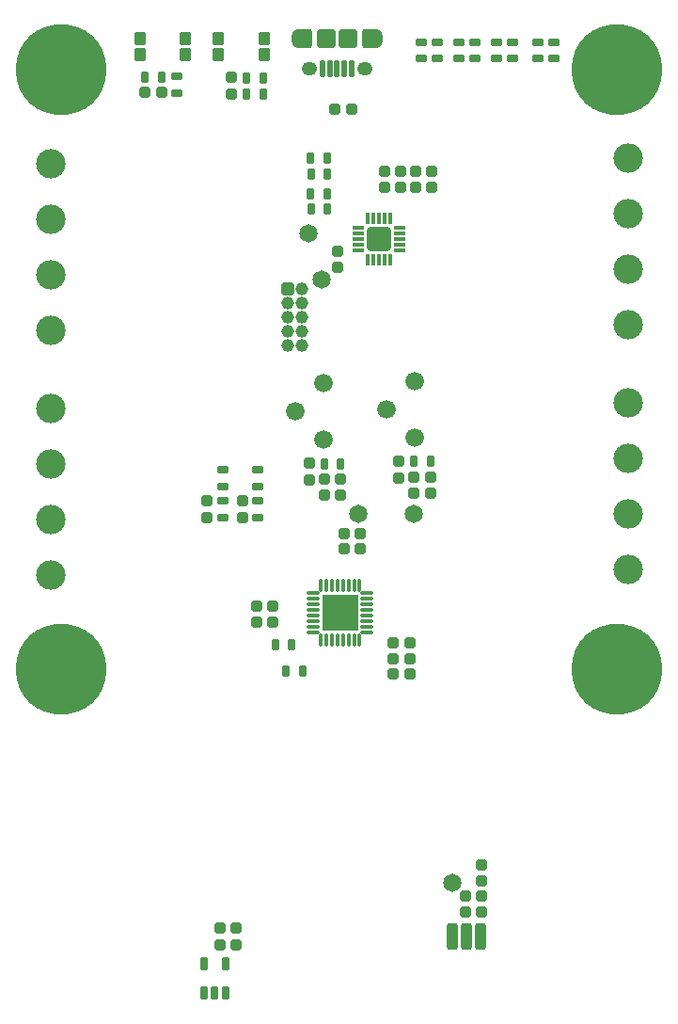
<source format=gts>
G04*
G04 #@! TF.GenerationSoftware,Altium Limited,Altium Designer,23.4.1 (23)*
G04*
G04 Layer_Color=8388736*
%FSLAX44Y44*%
%MOMM*%
G71*
G04*
G04 #@! TF.SameCoordinates,810E8BC2-B951-4309-8685-973D218C77A5*
G04*
G04*
G04 #@! TF.FilePolarity,Negative*
G04*
G01*
G75*
%ADD35C,1.6524*%
G04:AMPARAMS|DCode=36|XSize=0.9524mm|YSize=0.9524mm|CornerRadius=0.1762mm|HoleSize=0mm|Usage=FLASHONLY|Rotation=270.000|XOffset=0mm|YOffset=0mm|HoleType=Round|Shape=RoundedRectangle|*
%AMROUNDEDRECTD36*
21,1,0.9524,0.6000,0,0,270.0*
21,1,0.6000,0.9524,0,0,270.0*
1,1,0.3524,-0.3000,-0.3000*
1,1,0.3524,-0.3000,0.3000*
1,1,0.3524,0.3000,0.3000*
1,1,0.3524,0.3000,-0.3000*
%
%ADD36ROUNDEDRECTD36*%
G04:AMPARAMS|DCode=37|XSize=0.7524mm|YSize=1.0524mm|CornerRadius=0.1512mm|HoleSize=0mm|Usage=FLASHONLY|Rotation=90.000|XOffset=0mm|YOffset=0mm|HoleType=Round|Shape=RoundedRectangle|*
%AMROUNDEDRECTD37*
21,1,0.7524,0.7500,0,0,90.0*
21,1,0.4500,1.0524,0,0,90.0*
1,1,0.3024,0.3750,0.2250*
1,1,0.3024,0.3750,-0.2250*
1,1,0.3024,-0.3750,-0.2250*
1,1,0.3024,-0.3750,0.2250*
%
%ADD37ROUNDEDRECTD37*%
G04:AMPARAMS|DCode=38|XSize=0.7524mm|YSize=1.0524mm|CornerRadius=0.1512mm|HoleSize=0mm|Usage=FLASHONLY|Rotation=180.000|XOffset=0mm|YOffset=0mm|HoleType=Round|Shape=RoundedRectangle|*
%AMROUNDEDRECTD38*
21,1,0.7524,0.7500,0,0,180.0*
21,1,0.4500,1.0524,0,0,180.0*
1,1,0.3024,-0.2250,0.3750*
1,1,0.3024,0.2250,0.3750*
1,1,0.3024,0.2250,-0.3750*
1,1,0.3024,-0.2250,-0.3750*
%
%ADD38ROUNDEDRECTD38*%
G04:AMPARAMS|DCode=39|XSize=0.9524mm|YSize=0.9524mm|CornerRadius=0.1762mm|HoleSize=0mm|Usage=FLASHONLY|Rotation=180.000|XOffset=0mm|YOffset=0mm|HoleType=Round|Shape=RoundedRectangle|*
%AMROUNDEDRECTD39*
21,1,0.9524,0.6000,0,0,180.0*
21,1,0.6000,0.9524,0,0,180.0*
1,1,0.3524,-0.3000,0.3000*
1,1,0.3524,0.3000,0.3000*
1,1,0.3524,0.3000,-0.3000*
1,1,0.3524,-0.3000,-0.3000*
%
%ADD39ROUNDEDRECTD39*%
%ADD40O,0.4024X1.0524*%
%ADD41O,1.0524X0.4024*%
G04:AMPARAMS|DCode=42|XSize=2.1324mm|YSize=2.1324mm|CornerRadius=0.2742mm|HoleSize=0mm|Usage=FLASHONLY|Rotation=90.000|XOffset=0mm|YOffset=0mm|HoleType=Round|Shape=RoundedRectangle|*
%AMROUNDEDRECTD42*
21,1,2.1324,1.5840,0,0,90.0*
21,1,1.5840,2.1324,0,0,90.0*
1,1,0.5484,0.7920,0.7920*
1,1,0.5484,0.7920,-0.7920*
1,1,0.5484,-0.7920,-0.7920*
1,1,0.5484,-0.7920,0.7920*
%
%ADD42ROUNDEDRECTD42*%
G04:AMPARAMS|DCode=43|XSize=0.7524mm|YSize=0.9524mm|CornerRadius=0.1512mm|HoleSize=0mm|Usage=FLASHONLY|Rotation=0.000|XOffset=0mm|YOffset=0mm|HoleType=Round|Shape=RoundedRectangle|*
%AMROUNDEDRECTD43*
21,1,0.7524,0.6500,0,0,0.0*
21,1,0.4500,0.9524,0,0,0.0*
1,1,0.3024,0.2250,-0.3250*
1,1,0.3024,-0.2250,-0.3250*
1,1,0.3024,-0.2250,0.3250*
1,1,0.3024,0.2250,0.3250*
%
%ADD43ROUNDEDRECTD43*%
G04:AMPARAMS|DCode=44|XSize=0.9524mm|YSize=2.4524mm|CornerRadius=0.2762mm|HoleSize=0mm|Usage=FLASHONLY|Rotation=180.000|XOffset=0mm|YOffset=0mm|HoleType=Round|Shape=RoundedRectangle|*
%AMROUNDEDRECTD44*
21,1,0.9524,1.9000,0,0,180.0*
21,1,0.4000,2.4524,0,0,180.0*
1,1,0.5524,-0.2000,0.9500*
1,1,0.5524,0.2000,0.9500*
1,1,0.5524,0.2000,-0.9500*
1,1,0.5524,-0.2000,-0.9500*
%
%ADD44ROUNDEDRECTD44*%
G04:AMPARAMS|DCode=45|XSize=0.7524mm|YSize=1.1524mm|CornerRadius=0.2262mm|HoleSize=0mm|Usage=FLASHONLY|Rotation=180.000|XOffset=0mm|YOffset=0mm|HoleType=Round|Shape=RoundedRectangle|*
%AMROUNDEDRECTD45*
21,1,0.7524,0.7000,0,0,180.0*
21,1,0.3000,1.1524,0,0,180.0*
1,1,0.4524,-0.1500,0.3500*
1,1,0.4524,0.1500,0.3500*
1,1,0.4524,0.1500,-0.3500*
1,1,0.4524,-0.1500,-0.3500*
%
%ADD45ROUNDEDRECTD45*%
%ADD46R,3.2524X3.2524*%
%ADD47O,1.1524X0.4024*%
%ADD48O,0.4024X1.1524*%
G04:AMPARAMS|DCode=49|XSize=1.0524mm|YSize=1.1524mm|CornerRadius=0.1887mm|HoleSize=0mm|Usage=FLASHONLY|Rotation=0.000|XOffset=0mm|YOffset=0mm|HoleType=Round|Shape=RoundedRectangle|*
%AMROUNDEDRECTD49*
21,1,1.0524,0.7750,0,0,0.0*
21,1,0.6750,1.1524,0,0,0.0*
1,1,0.3774,0.3375,-0.3875*
1,1,0.3774,-0.3375,-0.3875*
1,1,0.3774,-0.3375,0.3875*
1,1,0.3774,0.3375,0.3875*
%
%ADD49ROUNDEDRECTD49*%
G04:AMPARAMS|DCode=50|XSize=1.5224mm|YSize=1.7024mm|CornerRadius=0.2475mm|HoleSize=0mm|Usage=FLASHONLY|Rotation=0.000|XOffset=0mm|YOffset=0mm|HoleType=Round|Shape=RoundedRectangle|*
%AMROUNDEDRECTD50*
21,1,1.5224,1.2075,0,0,0.0*
21,1,1.0275,1.7024,0,0,0.0*
1,1,0.4949,0.5138,-0.6038*
1,1,0.4949,-0.5138,-0.6038*
1,1,0.4949,-0.5138,0.6038*
1,1,0.4949,0.5138,0.6038*
%
%ADD50ROUNDEDRECTD50*%
G04:AMPARAMS|DCode=51|XSize=0.5524mm|YSize=1.5024mm|CornerRadius=0.1262mm|HoleSize=0mm|Usage=FLASHONLY|Rotation=180.000|XOffset=0mm|YOffset=0mm|HoleType=Round|Shape=RoundedRectangle|*
%AMROUNDEDRECTD51*
21,1,0.5524,1.2500,0,0,180.0*
21,1,0.3000,1.5024,0,0,180.0*
1,1,0.2524,-0.1500,0.6250*
1,1,0.2524,0.1500,0.6250*
1,1,0.2524,0.1500,-0.6250*
1,1,0.2524,-0.1500,-0.6250*
%
%ADD51ROUNDEDRECTD51*%
G04:AMPARAMS|DCode=52|XSize=1.6524mm|YSize=1.7024mm|CornerRadius=0.2637mm|HoleSize=0mm|Usage=FLASHONLY|Rotation=180.000|XOffset=0mm|YOffset=0mm|HoleType=Round|Shape=RoundedRectangle|*
%AMROUNDEDRECTD52*
21,1,1.6524,1.1750,0,0,180.0*
21,1,1.1250,1.7024,0,0,180.0*
1,1,0.5274,-0.5625,0.5875*
1,1,0.5274,0.5625,0.5875*
1,1,0.5274,0.5625,-0.5875*
1,1,0.5274,-0.5625,-0.5875*
%
%ADD52ROUNDEDRECTD52*%
G04:AMPARAMS|DCode=53|XSize=0.7524mm|YSize=0.9524mm|CornerRadius=0.1512mm|HoleSize=0mm|Usage=FLASHONLY|Rotation=90.000|XOffset=0mm|YOffset=0mm|HoleType=Round|Shape=RoundedRectangle|*
%AMROUNDEDRECTD53*
21,1,0.7524,0.6500,0,0,90.0*
21,1,0.4500,0.9524,0,0,90.0*
1,1,0.3024,0.3250,0.2250*
1,1,0.3024,0.3250,-0.2250*
1,1,0.3024,-0.3250,-0.2250*
1,1,0.3024,-0.3250,0.2250*
%
%ADD53ROUNDEDRECTD53*%
%ADD54C,2.6524*%
%ADD55C,1.6764*%
%ADD56C,8.1524*%
G04:AMPARAMS|DCode=57|XSize=1.1524mm|YSize=1.1524mm|CornerRadius=0.2012mm|HoleSize=0mm|Usage=FLASHONLY|Rotation=0.000|XOffset=0mm|YOffset=0mm|HoleType=Round|Shape=RoundedRectangle|*
%AMROUNDEDRECTD57*
21,1,1.1524,0.7500,0,0,0.0*
21,1,0.7500,1.1524,0,0,0.0*
1,1,0.4024,0.3750,-0.3750*
1,1,0.4024,-0.3750,-0.3750*
1,1,0.4024,-0.3750,0.3750*
1,1,0.4024,0.3750,0.3750*
%
%ADD57ROUNDEDRECTD57*%
%ADD58C,1.1524*%
G04:AMPARAMS|DCode=59|XSize=1.7024mm|YSize=1.2024mm|CornerRadius=0.6012mm|HoleSize=0mm|Usage=FLASHONLY|Rotation=270.000|XOffset=0mm|YOffset=0mm|HoleType=Round|Shape=RoundedRectangle|*
%AMROUNDEDRECTD59*
21,1,1.7024,0.0000,0,0,270.0*
21,1,0.5000,1.2024,0,0,270.0*
1,1,1.2024,0.0000,-0.2500*
1,1,1.2024,0.0000,0.2500*
1,1,1.2024,0.0000,0.2500*
1,1,1.2024,0.0000,-0.2500*
%
%ADD59ROUNDEDRECTD59*%
G04:AMPARAMS|DCode=60|XSize=1.4024mm|YSize=1.2024mm|CornerRadius=0.6012mm|HoleSize=0mm|Usage=FLASHONLY|Rotation=0.000|XOffset=0mm|YOffset=0mm|HoleType=Round|Shape=RoundedRectangle|*
%AMROUNDEDRECTD60*
21,1,1.4024,0.0000,0,0,0.0*
21,1,0.2000,1.2024,0,0,0.0*
1,1,1.2024,0.1000,0.0000*
1,1,1.2024,-0.1000,0.0000*
1,1,1.2024,-0.1000,0.0000*
1,1,1.2024,0.1000,0.0000*
%
%ADD60ROUNDEDRECTD60*%
%ADD61C,0.7524*%
%ADD62C,0.6524*%
D35*
X284000Y-99000D02*
D03*
X272619Y-58000D02*
D03*
X402000Y-642000D02*
D03*
X367000Y-310000D02*
D03*
X317000D02*
D03*
D36*
X428000Y-625500D02*
D03*
Y-640500D02*
D03*
X213000Y-298500D02*
D03*
Y-313500D02*
D03*
X354000Y-277500D02*
D03*
Y-262500D02*
D03*
X299000Y-73500D02*
D03*
Y-88500D02*
D03*
X369000Y-16500D02*
D03*
Y-1500D02*
D03*
X383000D02*
D03*
Y-16500D02*
D03*
X341000Y-16500D02*
D03*
Y-1500D02*
D03*
X355000Y-16500D02*
D03*
Y-1500D02*
D03*
X207000Y-697500D02*
D03*
Y-682500D02*
D03*
X193000Y-697500D02*
D03*
Y-682500D02*
D03*
X273000Y-264500D02*
D03*
Y-279500D02*
D03*
X181000Y-313500D02*
D03*
Y-298500D02*
D03*
X203000Y82500D02*
D03*
Y67500D02*
D03*
X240050Y-407600D02*
D03*
Y-392600D02*
D03*
X226050Y-407600D02*
D03*
Y-392600D02*
D03*
D37*
X227000Y-298500D02*
D03*
Y-313500D02*
D03*
X195000Y-298500D02*
D03*
Y-313500D02*
D03*
Y-270500D02*
D03*
Y-285500D02*
D03*
X154000Y83500D02*
D03*
Y68500D02*
D03*
X227000Y-270500D02*
D03*
Y-285500D02*
D03*
X493000Y99500D02*
D03*
Y114500D02*
D03*
X456000Y99500D02*
D03*
Y114500D02*
D03*
X422000Y99500D02*
D03*
Y114500D02*
D03*
X388000Y99500D02*
D03*
Y114500D02*
D03*
D38*
X367500Y-263000D02*
D03*
X382500D02*
D03*
X267500Y-451000D02*
D03*
X252500D02*
D03*
X289500Y-22000D02*
D03*
X274500D02*
D03*
X289500Y10000D02*
D03*
X274500D02*
D03*
X242500Y-428000D02*
D03*
X257500D02*
D03*
X125500Y83000D02*
D03*
X140500D02*
D03*
X301500Y-265000D02*
D03*
X286500D02*
D03*
X231500Y82000D02*
D03*
X216500D02*
D03*
X231500Y68000D02*
D03*
X216500D02*
D03*
D39*
X367500Y-277000D02*
D03*
X382500D02*
D03*
X367500Y-291000D02*
D03*
X382500D02*
D03*
X319200Y-341700D02*
D03*
X304200D02*
D03*
X363500Y-426000D02*
D03*
X348500D02*
D03*
X125500Y69000D02*
D03*
X140500D02*
D03*
X301500Y-279000D02*
D03*
X286500D02*
D03*
X301500Y-293000D02*
D03*
X286500D02*
D03*
X304200Y-327700D02*
D03*
X319200D02*
D03*
X363500Y-440000D02*
D03*
X348500D02*
D03*
X363500Y-454000D02*
D03*
X348500D02*
D03*
X413500Y-654000D02*
D03*
X428500D02*
D03*
X413500Y-668000D02*
D03*
X428500D02*
D03*
X296500Y54000D02*
D03*
X311500D02*
D03*
D40*
X326000Y-81750D02*
D03*
X331000D02*
D03*
X336000D02*
D03*
X341000D02*
D03*
X346000D02*
D03*
Y-44250D02*
D03*
X341000D02*
D03*
X336000D02*
D03*
X331000D02*
D03*
X326000D02*
D03*
D41*
X354750Y-73000D02*
D03*
Y-68000D02*
D03*
Y-63000D02*
D03*
Y-58000D02*
D03*
Y-53000D02*
D03*
X317250D02*
D03*
Y-58000D02*
D03*
Y-63000D02*
D03*
Y-68000D02*
D03*
Y-73000D02*
D03*
D42*
X336000Y-63000D02*
D03*
D43*
X289250Y-36000D02*
D03*
X274750D02*
D03*
X289250Y-4000D02*
D03*
X274750D02*
D03*
D44*
X415000Y-690000D02*
D03*
X402300D02*
D03*
X427700D02*
D03*
D45*
X178500Y-741000D02*
D03*
X188000D02*
D03*
X197500D02*
D03*
Y-715000D02*
D03*
X178500D02*
D03*
D46*
X301000Y-399000D02*
D03*
D47*
X276750Y-416500D02*
D03*
Y-411500D02*
D03*
Y-406500D02*
D03*
Y-401500D02*
D03*
Y-396500D02*
D03*
Y-391500D02*
D03*
Y-386500D02*
D03*
Y-381500D02*
D03*
X325250D02*
D03*
Y-386500D02*
D03*
Y-391500D02*
D03*
Y-396500D02*
D03*
Y-401500D02*
D03*
Y-406500D02*
D03*
Y-411500D02*
D03*
Y-416500D02*
D03*
D48*
X283500Y-374750D02*
D03*
X288500D02*
D03*
X293500D02*
D03*
X298500D02*
D03*
X303500D02*
D03*
X308500D02*
D03*
X313500D02*
D03*
X318500D02*
D03*
Y-423250D02*
D03*
X313500D02*
D03*
X308500D02*
D03*
X303500D02*
D03*
X298500D02*
D03*
X293500D02*
D03*
X288500D02*
D03*
X283500D02*
D03*
D49*
X161500Y102750D02*
D03*
Y117250D02*
D03*
X120500Y102750D02*
D03*
Y117250D02*
D03*
X232500Y102750D02*
D03*
Y117250D02*
D03*
X191500Y102750D02*
D03*
Y117250D02*
D03*
D50*
X327952Y117500D02*
D03*
X268452D02*
D03*
D51*
X298202Y90500D02*
D03*
X291702D02*
D03*
X285202D02*
D03*
X304702D02*
D03*
X311202D02*
D03*
D52*
X288202Y117500D02*
D03*
X308202D02*
D03*
D53*
X479000Y99750D02*
D03*
Y114250D02*
D03*
X442000Y99750D02*
D03*
Y114250D02*
D03*
X408000Y99750D02*
D03*
Y114250D02*
D03*
X374000Y99750D02*
D03*
Y114250D02*
D03*
D54*
X40000Y-315000D02*
D03*
Y-365000D02*
D03*
Y-265000D02*
D03*
Y-215000D02*
D03*
X560000Y-140000D02*
D03*
Y-90000D02*
D03*
Y10000D02*
D03*
Y-40000D02*
D03*
Y-260000D02*
D03*
Y-210000D02*
D03*
Y-310000D02*
D03*
Y-360000D02*
D03*
X40000Y5000D02*
D03*
Y-45000D02*
D03*
Y-145000D02*
D03*
Y-95000D02*
D03*
D55*
X260600Y-217400D02*
D03*
X286000Y-192000D02*
D03*
Y-242800D02*
D03*
X342600Y-216400D02*
D03*
X368000Y-191000D02*
D03*
Y-241800D02*
D03*
D56*
X550000Y90000D02*
D03*
X50000D02*
D03*
Y-450000D02*
D03*
X550000D02*
D03*
D57*
X253650Y-107600D02*
D03*
D58*
X266350D02*
D03*
Y-120300D02*
D03*
X253650D02*
D03*
X266350Y-133000D02*
D03*
X253650D02*
D03*
X266350Y-145700D02*
D03*
X253650D02*
D03*
X266350Y-158400D02*
D03*
X253650D02*
D03*
D59*
X263202Y117500D02*
D03*
X333202D02*
D03*
D60*
X273202Y90500D02*
D03*
X323202D02*
D03*
D61*
X330500Y-68500D02*
D03*
Y-57500D02*
D03*
X341500Y-68500D02*
D03*
Y-57500D02*
D03*
D62*
X312000Y-388000D02*
D03*
Y-399000D02*
D03*
Y-410000D02*
D03*
X301000Y-388000D02*
D03*
Y-399000D02*
D03*
Y-410000D02*
D03*
X290000Y-388000D02*
D03*
Y-399000D02*
D03*
Y-410000D02*
D03*
M02*

</source>
